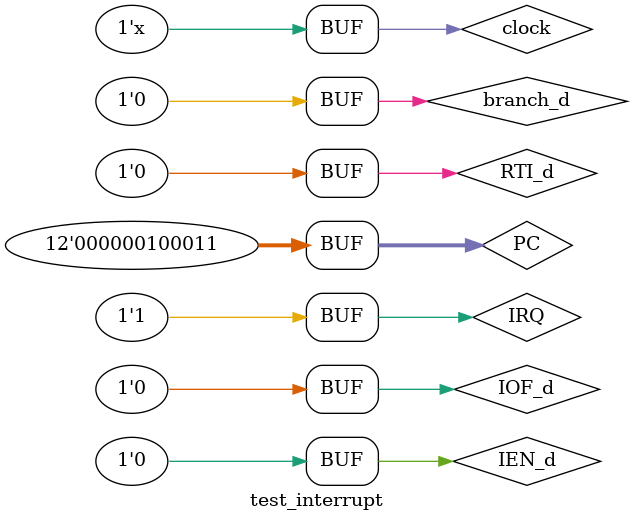
<source format=v>
`timescale 1ns / 1ps


module test_interrupt;

	// Inputs
	reg clock;
	reg IEN_d;
	reg IOF_d;
	reg RTI_d;
	reg branch_d;
	reg IRQ;
	reg [11:0] PC;

	// Outputs
	wire branch_ISR;
	wire [11:0] ISR_adr;

	// Instantiate the Unit Under Test (UUT)
	interrupt uut (
		.clock(clock), 
		.IEN_d(IEN_d), 
		.IOF_d(IOF_d), 
		.RTI_d(RTI_d), 
		.branch_d(branch_d), 
		.IRQ(IRQ), 
		.PC(PC), 
		.branch_ISR(branch_ISR), 
		.ISR_adr(ISR_adr)
	);

	initial begin
		// Initialize Inputs
		clock = 0;
		IEN_d = 0;
		IOF_d = 0;
		RTI_d = 0;
		branch_d = 0;
		IRQ = 0;
		PC = 35;

		// Wait 100 ns for global reset to finish
		//#100;
        
		#1;
		IEN_d = 1;
		
		#1;
		IEN_d = 0;
		
		#5;
		
		IRQ = 1;
		
		

	end
	
	always #1 clock = !clock;

endmodule


</source>
